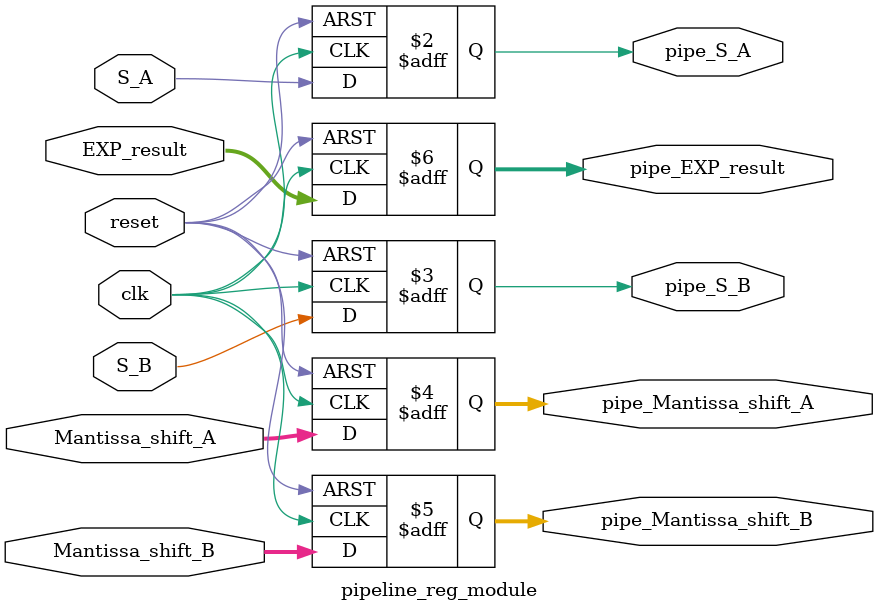
<source format=v>
module pipeline_reg_module (input clk,
                            input reset,
                            input S_A,
                            input S_B,
                            input [23:0] Mantissa_shift_A,
                            input [23:0] Mantissa_shift_B,
                            input [7:0] EXP_result,
                            output reg pipe_S_A,
                            output reg pipe_S_B,
                            output reg [23:0] pipe_Mantissa_shift_A,
                            output reg [23:0] pipe_Mantissa_shift_B,
                            output reg [7:0]  pipe_EXP_result);

    always @(posedge clk or posedge reset) begin
            if ( reset ) begin
                pipe_S_A <= 1'b0;
                pipe_S_B <= 1'b0;
                pipe_Mantissa_shift_A <= 24'b0;
                pipe_Mantissa_shift_B <= 24'b0;
                pipe_EXP_result <= 8'b0;
            end	else begin
                pipe_S_A <= S_A;
                pipe_S_B <= S_B;
                pipe_Mantissa_shift_A <= Mantissa_shift_A;
                pipe_Mantissa_shift_B <= Mantissa_shift_B;
                pipe_EXP_result <= EXP_result;
            end
        end
endmodule
</source>
